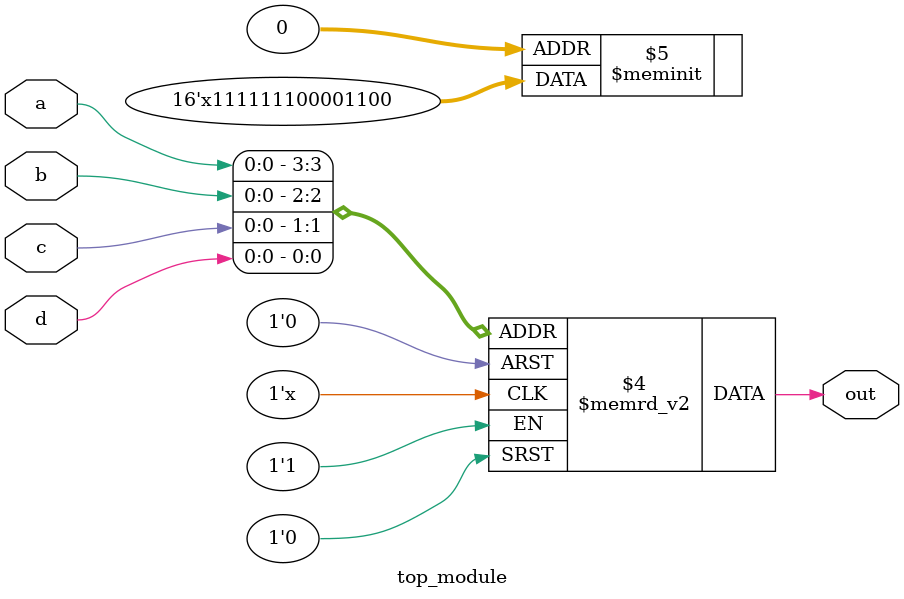
<source format=sv>
module top_module (
    input a, 
    input b,
    input c,
    input d,
    output reg out
);

always @(*)
begin
    case({a,b,c,d})
        4'b0000: out = 1'b0; // Corrected output value to be 0
        4'b0001: out = 1'b0; // Corrected output value to be 0
        4'b0010: out = 1'b1; 
        4'b0011: out = 1'b1; 
        4'b0100: out = 1'b0;
        4'b0101: out = 1'b0;
        4'b0110: out = 1'b0;
        4'b0111: out = 1'b0;
        4'b1000: out = 1'b1;
        4'b1001: out = 1'b1;
        4'b1010: out = 1'b1;
        4'b1011: out = 1'b1;
        4'b1100: out = 1'b1;
        4'b1101: out = 1'b1;
        4'b1110: out = 1'b1;
        default: out = 1'bx; // Changed default output value to be don't-care
    endcase
end

endmodule

</source>
